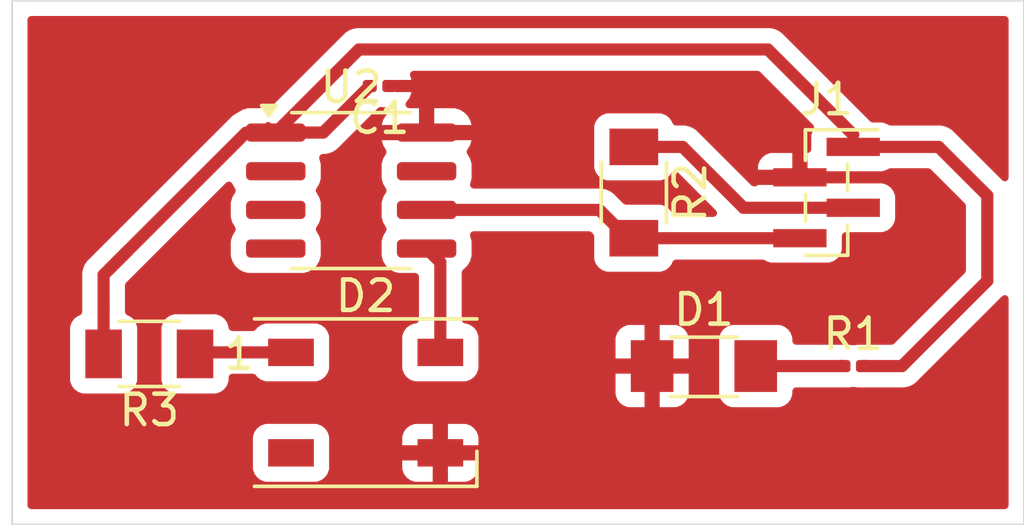
<source format=kicad_pcb>
(kicad_pcb (version 20240108) (generator "pcbnew") (generator_version "8.0")
  (layers (0 "F.Cu" signal) (31 "B.Cu" signal) (34 "B.Paste" user) (35 "F.Paste" user) (36 "B.SilkS" user "B.Silkscreen") (37 "F.SilkS" user "F.Silkscreen") (38 "B.Mask" user) (39 "F.Mask" user) (44 "Edge.Cuts" user))
  (net 0 "")
  (net 1 "Net-(D1-A)")
  (net 3 "GND")
  (net 4 "Net-(D2-DIN)")
  (net 5 "Net-(D2-VDD)")
  (net 6 "Net-(J1-Pin_1)")
  (net 7 "Net-(J1-Pin_3)")
  (net 11 "Net-(J1-Pin_4)")
  (footprint "Package_SO:SOIC-8_3.9x4.9mm_P1.27mm" (layer "F.Cu") (at 163.125 84.635)
    (property "Reference" "U2" (at 0 -3.4 0) (layer "F.SilkS"))
    (property "Value" "ATtiny412-SS")
    (fp_line (start 0 -2.56) (end -1.95 -2.56) (stroke (width 0.12)) (layer "F.SilkS"))
    (fp_line (start 0 -2.56) (end 1.95 -2.56) (stroke (width 0.12)) (layer "F.SilkS"))
    (fp_line (start 0 2.56) (end -1.95 2.56) (stroke (width 0.12)) (layer "F.SilkS"))
    (fp_line (start 0 2.56) (end 1.95 2.56) (stroke (width 0.12)) (layer "F.SilkS"))
    (fp_poly (pts (xy -2.7 -2.465) (xy -2.94 -2.795) (xy -2.46 -2.795) (xy -2.7 -2.465)) (stroke (width 0.12)) (fill solid) (layer "F.SilkS"))
    (pad "1" smd roundrect (at -2.475 -1.905) (size 1.95 0.6) (layers "F.Cu" "F.Paste" "F.Mask") (net 6 "Net-(J1-Pin_1)"))
    (pad "2" smd roundrect (at -2.475 -0.635) (size 1.95 0.6) (layers "F.Cu" "F.Paste" "F.Mask"))
    (pad "3" smd roundrect (at -2.475 0.635) (size 1.95 0.6) (layers "F.Cu" "F.Paste" "F.Mask"))
    (pad "4" smd roundrect (at -2.475 1.905) (size 1.95 0.6) (layers "F.Cu" "F.Paste" "F.Mask"))
    (pad "5" smd roundrect (at 2.475 1.905) (size 1.95 0.6) (layers "F.Cu" "F.Paste" "F.Mask") (net 4 "Net-(D2-DIN)"))
    (pad "6" smd roundrect (at 2.475 0.635) (size 1.95 0.6) (layers "F.Cu" "F.Paste" "F.Mask") (net 11 "Net-(J1-Pin_4)"))
    (pad "7" smd roundrect (at 2.475 -0.635) (size 1.95 0.6) (layers "F.Cu" "F.Paste" "F.Mask"))
    (pad "8" smd roundrect (at 2.475 -1.905) (size 1.95 0.6) (layers "F.Cu" "F.Paste" "F.Mask") (net 3 "GND"))
  )
  (footprint "Capacitor_SMD:C_0201_0603Metric" (layer "F.Cu") (at 164.055 81.2 180)
    (property "Reference" "C1" (at 0 -1.05 180) (layer "F.SilkS"))
    (property "Value" "C")
    (pad "1" smd roundrect (at -0.32 0 180) (size 0.46 0.4) (layers "F.Cu" "F.Mask") (net 3 "GND"))
    (pad "2" smd roundrect (at 0.32 0 180) (size 0.46 0.4) (layers "F.Cu" "F.Mask") (net 6 "Net-(J1-Pin_1)"))
  )
  (footprint "LED_SMD:LED_WS2812B_PLCC4_5.0x5.0mm_P3.2mm" (layer "F.Cu") (at 163.6 91.6)
    (property "Reference" "D2" (at 0 -3.5 0) (layer "F.SilkS"))
    (property "Value" "WS2812B")
    (fp_line (start -3.65 -2.75) (end 3.65 -2.75) (stroke (width 0.12)) (layer "F.SilkS"))
    (fp_line (start -3.65 2.75) (end 3.65 2.75) (stroke (width 0.12)) (layer "F.SilkS"))
    (fp_line (start 3.65 2.75) (end 3.65 1.6) (stroke (width 0.12)) (layer "F.SilkS"))
    (fp_text user "1" (at -4.15 -1.6 0) (layer "F.SilkS"))
    (pad "1" smd rect (at -2.45 -1.65) (size 1.5 0.9) (layers "F.Cu" "F.Paste" "F.Mask") (net 5 "Net-(D2-VDD)"))
    (pad "2" smd rect (at -2.45 1.65) (size 1.5 0.9) (layers "F.Cu" "F.Paste" "F.Mask"))
    (pad "3" smd rect (at 2.45 1.65) (size 1.5 0.9) (layers "F.Cu" "F.Paste" "F.Mask") (net 3 "GND"))
    (pad "4" smd rect (at 2.45 -1.65) (size 1.5 0.9) (layers "F.Cu" "F.Paste" "F.Mask") (net 4 "Net-(D2-DIN)"))
  )
  (footprint "Connector_PinHeader_1.00mm:PinHeader_1x04_P1.00mm_Vertical_SMD_Pin1Right" (layer "F.Cu") (at 178.725 84.7)
    (property "Reference" "J1" (at 0 -3.06 0) (layer "F.SilkS"))
    (property "Value" "Conn_01x04_Pin")
    (fp_line (start -0.695 -2.06) (end -0.695 -1.06) (stroke (width 0.12)) (layer "F.SilkS"))
    (fp_line (start -0.695 -2.06) (end 0.695 -2.06) (stroke (width 0.12)) (layer "F.SilkS"))
    (fp_line (start -0.695 -1.94) (end -0.695 -1.06) (stroke (width 0.12)) (layer "F.SilkS"))
    (fp_line (start -0.695 0.06) (end -0.695 0.94) (stroke (width 0.12)) (layer "F.SilkS"))
    (fp_line (start -0.695 2.06) (end -0.695 2.06) (stroke (width 0.12)) (layer "F.SilkS"))
    (fp_line (start -0.695 2.06) (end 0.695 2.06) (stroke (width 0.12)) (layer "F.SilkS"))
    (fp_line (start 0.695 -2.06) (end 0.695 -2.06) (stroke (width 0.12)) (layer "F.SilkS"))
    (fp_line (start 0.695 -2.06) (end 1.69 -2.06) (stroke (width 0.12)) (layer "F.SilkS"))
    (fp_line (start 0.695 -0.94) (end 0.695 -0.06) (stroke (width 0.12)) (layer "F.SilkS"))
    (fp_line (start 0.695 1.06) (end 0.695 2.06) (stroke (width 0.12)) (layer "F.SilkS"))
    (pad "1" smd rect (at 0.875 -1.5) (size 1.75 0.6) (layers "F.Cu" "F.Paste" "F.Mask") (net 6 "Net-(J1-Pin_1)"))
    (pad "2" smd rect (at -0.875 -0.5) (size 1.75 0.6) (layers "F.Cu" "F.Paste" "F.Mask") (net 3 "GND"))
    (pad "3" smd rect (at 0.875 0.5) (size 1.75 0.6) (layers "F.Cu" "F.Paste" "F.Mask") (net 7 "Net-(J1-Pin_3)"))
    (pad "4" smd rect (at -0.875 1.5) (size 1.75 0.6) (layers "F.Cu" "F.Paste" "F.Mask") (net 11 "Net-(J1-Pin_4)"))
  )
  (footprint "Resistor_SMD:R_0201_0603Metric" (layer "F.Cu") (at 179.6 90.4)
    (property "Reference" "R1" (at 0 -1.05 0) (layer "F.SilkS"))
    (property "Value" "R")
    (pad "1" smd roundrect (at -0.32 0) (size 0.46 0.4) (layers "F.Cu" "F.Mask") (net 1 "Net-(D1-A)"))
    (pad "2" smd roundrect (at 0.32 0) (size 0.46 0.4) (layers "F.Cu" "F.Mask") (net 6 "Net-(J1-Pin_1)"))
  )
  (footprint "fab:R_1206" (layer "F.Cu") (at 156.5 90 180)
    (property "Reference" "R3" (at 0 -1.85 180) (layer "F.SilkS"))
    (property "Value" "R")
    (fp_line (start 1 1.07) (end -1 1.07) (stroke (width 0.12)) (layer "F.SilkS"))
    (fp_line (start -1 -1.07) (end 1 -1.07) (stroke (width 0.12)) (layer "F.SilkS"))
    (pad "1" smd rect (at -1.5 0 180) (size 1.2 1.6) (layers "F.Cu" "F.Paste" "F.Mask") (net 5 "Net-(D2-VDD)"))
    (pad "2" smd rect (at 1.5 0 180) (size 1.2 1.6) (layers "F.Cu" "F.Paste" "F.Mask") (net 6 "Net-(J1-Pin_1)"))
  )
  (footprint "fab:R_1206" (layer "F.Cu") (at 172.4 84.7 -90)
    (property "Reference" "R2" (at 0 -1.85 90) (layer "F.SilkS"))
    (property "Value" "R")
    (fp_line (start 1 1.07) (end -1 1.07) (stroke (width 0.12)) (layer "F.SilkS"))
    (fp_line (start -1 -1.07) (end 1 -1.07) (stroke (width 0.12)) (layer "F.SilkS"))
    (pad "1" smd rect (at -1.5 0 270) (size 1.2 1.6) (layers "F.Cu" "F.Paste" "F.Mask") (net 7 "Net-(J1-Pin_3)"))
    (pad "2" smd rect (at 1.5 0 270) (size 1.2 1.6) (layers "F.Cu" "F.Paste" "F.Mask") (net 11 "Net-(J1-Pin_4)"))
  )
  (footprint "fab:LED_1206" (layer "F.Cu") (at 174.7 90.4)
    (property "Reference" "D1" (at 0 -1.85 0) (layer "F.SilkS"))
    (property "Value" "LED")
    (fp_line (start -1.1 -0.95) (end 1.1 -0.95) (stroke (width 0.12)) (layer "F.SilkS"))
    (fp_line (start -1.1 1) (end 1.1 1) (stroke (width 0.12)) (layer "F.SilkS"))
    (pad "1" smd rect (at -1.7 0) (size 1.4 1.7) (layers "F.Cu" "F.Paste" "F.Mask") (net 3 "GND"))
    (pad "2" smd rect (at 1.7 0) (size 1.4 1.7) (layers "F.Cu" "F.Paste" "F.Mask") (net 1 "Net-(D1-A)"))
  )
  (gr_rect (start 152 78.4) (end 185.2 95.6) (stroke (width 0.05)) (fill none) (layer "Edge.Cuts"))
  (segment (start 176.4 90.4) (end 179.28 90.4) (width 0.4) (layer "F.Cu") (net 1))
  (segment (start 166.05 89.95) (end 166.05 86.99) (width 0.4) (layer "F.Cu") (net 4))
  (segment (start 166.05 86.99) (end 165.6 86.54) (width 0.4) (layer "F.Cu") (net 4))
  (segment (start 158.05 89.95) (end 158 90) (width 0.2) (layer "F.Cu") (net 5))
  (segment (start 161.15 89.95) (end 158.05 89.95) (width 0.4) (layer "F.Cu") (net 5))
  (segment (start 159.675001 82.73) (end 160.65 82.73) (width 0.2) (layer "F.Cu") (net 6))
  (segment (start 155 87.405002) (end 155.802501 86.602501) (width 0.4) (layer "F.Cu") (net 6))
  (segment (start 163.38 80) (end 160.65 82.73) (width 0.4) (layer "F.Cu") (net 6))
  (segment (start 160.4 82.48) (end 160.65 82.73) (width 0.2) (layer "F.Cu") (net 6))
  (segment (start 179.6 83.2) (end 179.6 82.8) (width 0.2) (layer "F.Cu") (net 6))
  (segment (start 182.4 83.2) (end 179.6 83.2) (width 0.4) (layer "F.Cu") (net 6))
  (segment (start 155 88.4) (end 155 87.405002) (width 0.4) (layer "F.Cu") (net 6))
  (segment (start 184 84.8) (end 182.4 83.2) (width 0.4) (layer "F.Cu") (net 6))
  (segment (start 179.6 82.8) (end 176.8 80) (width 0.4) (layer "F.Cu") (net 6))
  (segment (start 184 87.6) (end 184 84.8) (width 0.4) (layer "F.Cu") (net 6))
  (segment (start 162.205 82.73) (end 163.735 81.2) (width 0.4) (layer "F.Cu") (net 6))
  (segment (start 155.802501 86.602501) (end 159.675001 82.73) (width 0.4) (layer "F.Cu") (net 6))
  (segment (start 155.2 87.205001) (end 155.202501 87.202501) (width 0.2) (layer "F.Cu") (net 6))
  (segment (start 181.2 90.4) (end 179.92 90.4) (width 0.4) (layer "F.Cu") (net 6))
  (segment (start 160.65 82.73) (end 162.205 82.73) (width 0.4) (layer "F.Cu") (net 6))
  (segment (start 176.8 80) (end 163.38 80) (width 0.4) (layer "F.Cu") (net 6))
  (segment (start 155.202501 87.202501) (end 155.802501 86.602501) (width 0.4) (layer "F.Cu") (net 6))
  (segment (start 155 90) (end 155 88.4) (width 0.4) (layer "F.Cu") (net 6))
  (segment (start 155 87.405002) (end 155.202501 87.202501) (width 0.2) (layer "F.Cu") (net 6))
  (segment (start 184 87.6) (end 181.2 90.4) (width 0.4) (layer "F.Cu") (net 6))
  (segment (start 176 85.2) (end 174 83.2) (width 0.4) (layer "F.Cu") (net 7))
  (segment (start 179.6 85.2) (end 176 85.2) (width 0.4) (layer "F.Cu") (net 7))
  (segment (start 174 83.2) (end 172.4 83.2) (width 0.4) (layer "F.Cu") (net 7))
  (segment (start 172.2 86.2) (end 171.27 85.27) (width 0.4) (layer "F.Cu") (net 11))
  (segment (start 171.27 85.27) (end 165.6 85.27) (width 0.4) (layer "F.Cu") (net 11))
  (segment (start 177.85 86.2) (end 172.4 86.2) (width 0.4) (layer "F.Cu") (net 11))
  (segment (start 172.4 86.2) (end 172.2 86.2) (width 0.2) (layer "F.Cu") (net 11))
  (zone (net 3) (net_name "GND") (layer "F.Cu") (connect_pads (clearance 0.5)) (min_thickness 0.25) (fill yes (thermal_gap 0.5) (thermal_bridge_width 0.5))
    (polygon (pts (xy 151.6 78.4) (xy 185.2 78.4) (xy 185.2 95.2) (xy 184.8 95.6) (xy 151.6 95.6) (xy 151.6 79.2) (xy 152 78.8)))
  )
)
</source>
